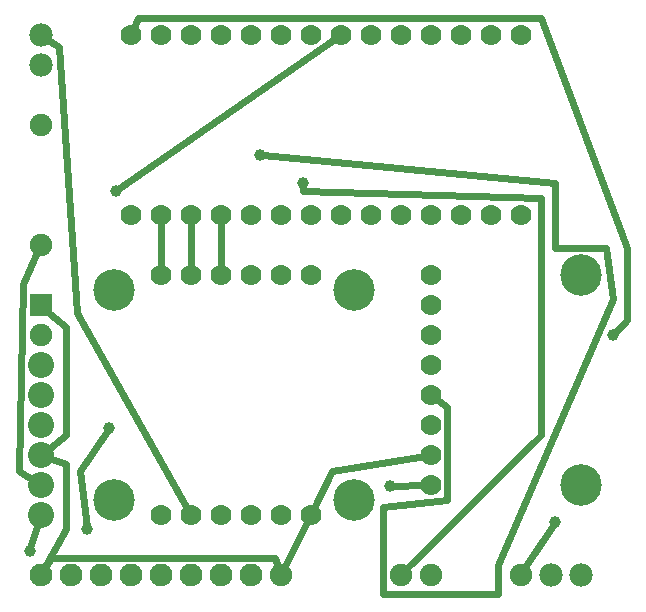
<source format=gbl>
G04 MADE WITH FRITZING*
G04 WWW.FRITZING.ORG*
G04 DOUBLE SIDED*
G04 HOLES PLATED*
G04 CONTOUR ON CENTER OF CONTOUR VECTOR*
%ASAXBY*%
%FSLAX23Y23*%
%MOIN*%
%OFA0B0*%
%SFA1.0B1.0*%
%ADD10C,0.039370*%
%ADD11C,0.076000*%
%ADD12C,0.087194*%
%ADD13C,0.070000*%
%ADD14C,0.138425*%
%ADD15C,0.078000*%
%ADD16C,0.075000*%
%ADD17R,0.075000X0.075000*%
%ADD18C,0.024000*%
%ADD19R,0.001000X0.001000*%
%LNCOPPER0*%
G90*
G70*
G54D10*
X84Y202D03*
X348Y610D03*
X276Y274D03*
X372Y1402D03*
X996Y1426D03*
X852Y1522D03*
X2028Y922D03*
X1836Y298D03*
X1284Y418D03*
G54D11*
X820Y121D03*
X120Y121D03*
X220Y121D03*
X320Y121D03*
X420Y121D03*
X520Y121D03*
X620Y121D03*
X720Y121D03*
G54D12*
X120Y321D03*
X120Y421D03*
X120Y521D03*
X120Y621D03*
X120Y721D03*
X120Y821D03*
G54D13*
X1420Y921D03*
G54D14*
X1920Y421D03*
G54D13*
X1420Y521D03*
X1420Y721D03*
X1420Y1121D03*
X1420Y421D03*
X1420Y621D03*
X1420Y821D03*
X1420Y1021D03*
G54D14*
X1920Y1121D03*
G54D13*
X1420Y921D03*
G54D14*
X1920Y421D03*
G54D13*
X1420Y521D03*
X1420Y721D03*
X1420Y1121D03*
X1420Y421D03*
X1420Y621D03*
X1420Y821D03*
X1420Y1021D03*
G54D14*
X1920Y1121D03*
G54D15*
X1820Y121D03*
X1920Y121D03*
X120Y1821D03*
X120Y1921D03*
G54D14*
X365Y1071D03*
X1165Y1071D03*
G54D13*
X1020Y1121D03*
X920Y1121D03*
X820Y1121D03*
X720Y1121D03*
X620Y1121D03*
X520Y1121D03*
X520Y321D03*
X620Y321D03*
X720Y321D03*
X820Y321D03*
X920Y321D03*
X1020Y321D03*
G54D14*
X365Y371D03*
X1165Y371D03*
G54D13*
X420Y1921D03*
X520Y1921D03*
X620Y1921D03*
X720Y1921D03*
X820Y1921D03*
X920Y1921D03*
X1720Y1321D03*
X1620Y1321D03*
X1520Y1321D03*
X1420Y1321D03*
X1320Y1321D03*
X1220Y1321D03*
X1120Y1321D03*
X1020Y1321D03*
X920Y1321D03*
X820Y1321D03*
X720Y1321D03*
X620Y1321D03*
X520Y1321D03*
X420Y1321D03*
X1720Y1921D03*
X1620Y1921D03*
X1520Y1921D03*
X1420Y1921D03*
X1320Y1921D03*
X1220Y1921D03*
X1120Y1921D03*
X1020Y1921D03*
G54D16*
X920Y121D03*
X1320Y121D03*
X1720Y121D03*
X1420Y121D03*
X120Y1021D03*
X120Y921D03*
X120Y1221D03*
X120Y1621D03*
G54D17*
X120Y1021D03*
G54D18*
X720Y1301D02*
X720Y1141D01*
D02*
X520Y1301D02*
X520Y1141D01*
D02*
X620Y1301D02*
X620Y1141D01*
D02*
X112Y1205D02*
X60Y1090D01*
X60Y1090D02*
X48Y466D01*
X48Y466D02*
X104Y431D01*
D02*
X1011Y303D02*
X928Y137D01*
D02*
X1400Y518D02*
X1092Y466D01*
X1092Y466D02*
X1029Y339D01*
D02*
X130Y138D02*
X156Y178D01*
X156Y178D02*
X900Y178D01*
D02*
X900Y178D02*
X914Y138D01*
D02*
X137Y515D02*
X204Y490D01*
X204Y490D02*
X204Y274D01*
X204Y274D02*
X129Y138D01*
D02*
X133Y1009D02*
X204Y946D01*
X204Y946D02*
X204Y586D01*
X204Y586D02*
X134Y532D01*
D02*
X114Y303D02*
X86Y210D01*
D02*
X344Y604D02*
X252Y466D01*
X252Y466D02*
X275Y282D01*
D02*
X1104Y1910D02*
X378Y1407D01*
D02*
X610Y338D02*
X240Y994D01*
X240Y994D02*
X180Y1882D01*
X180Y1882D02*
X136Y1911D01*
D02*
X996Y1419D02*
X996Y1402D01*
D02*
X996Y1402D02*
X1788Y1378D01*
X1788Y1378D02*
X1788Y586D01*
X1788Y586D02*
X1332Y133D01*
D02*
X1436Y710D02*
X1476Y682D01*
X1476Y682D02*
X1476Y370D01*
X1476Y370D02*
X1260Y346D01*
X1260Y346D02*
X1260Y58D01*
X1260Y58D02*
X1644Y58D01*
X1644Y58D02*
X1644Y154D01*
X1644Y154D02*
X2028Y1042D01*
D02*
X2028Y1042D02*
X2004Y1210D01*
X2004Y1210D02*
X1836Y1210D01*
X1836Y1210D02*
X1836Y1426D01*
X1836Y1426D02*
X860Y1522D01*
D02*
X2034Y928D02*
X2076Y970D01*
X2076Y970D02*
X2076Y1210D01*
X2076Y1210D02*
X1788Y1978D01*
X1788Y1978D02*
X444Y1978D01*
X444Y1978D02*
X427Y1939D01*
D02*
X1729Y136D02*
X1832Y292D01*
D02*
X1292Y419D02*
X1400Y421D01*
G54D19*
D02*
G04 End of Copper0*
M02*
</source>
